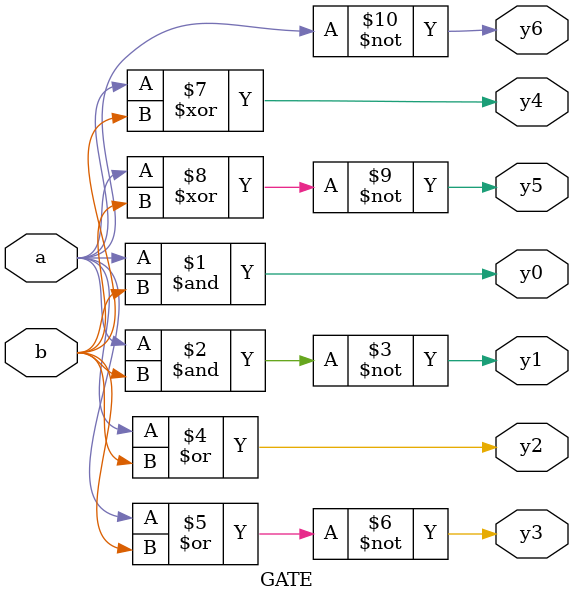
<source format=v>
`timescale 1ns / 1ps


module GATE(
    input a,b,
    output y0,y1,y2,y3,y4,y5,y6
    
    );
    
    assign y0 = a & b;
    assign y1 = ~(a & b);
    assign y2 = a | b;
    assign y3 = ~(a | b);
    assign y4 = a ^ b;
    assign y5 = ~(a ^ b);
    assign y6 = ~a;

    
    
    
endmodule

</source>
